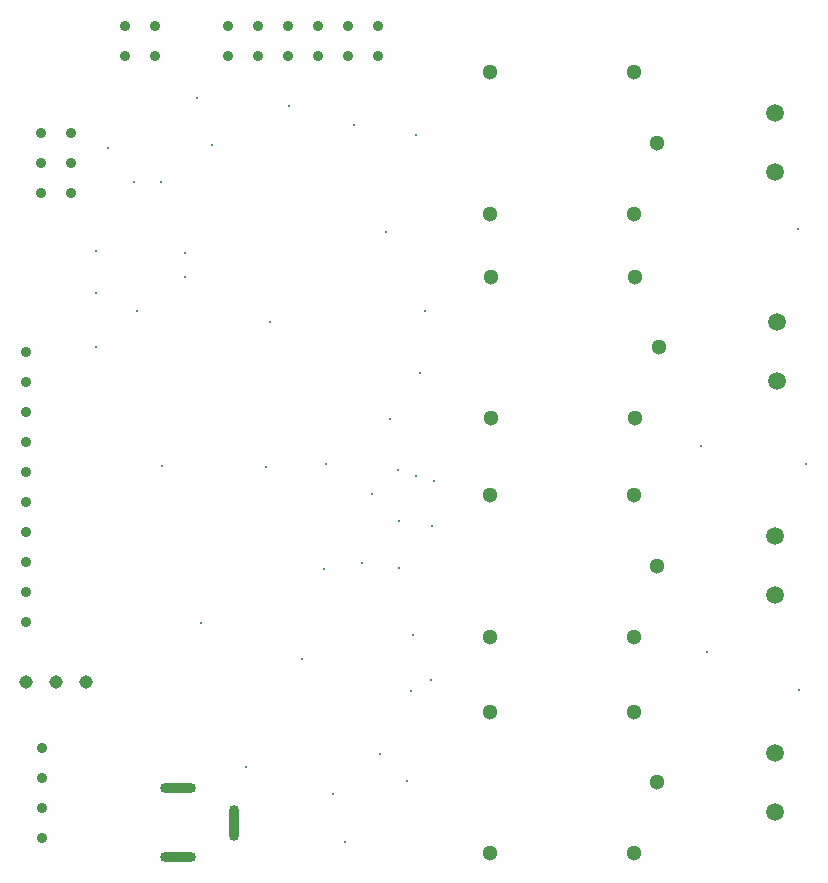
<source format=gbr>
%TF.GenerationSoftware,Altium Limited,Altium Designer,23.9.2 (47)*%
G04 Layer_Color=0*
%FSLAX45Y45*%
%MOMM*%
%TF.SameCoordinates,15915765-FD2E-4A0E-A91D-014651F65676*%
%TF.FilePolarity,Positive*%
%TF.FileFunction,Plated,1,4,PTH,Drill*%
%TF.Part,Single*%
G01*
G75*
%TA.AperFunction,ComponentDrill*%
%ADD81C,0.90000*%
%ADD82C,1.14300*%
%ADD83C,1.50000*%
%ADD84C,1.30000*%
%ADD85O,3.05000X0.85000*%
%ADD86O,0.85000X3.05000*%
%ADD87C,0.90000*%
%TA.AperFunction,ViaDrill,NotFilled*%
%ADD88C,0.30000*%
D81*
X1651000Y5930900D02*
D03*
Y6184900D02*
D03*
Y6692900D02*
D03*
Y6946900D02*
D03*
Y7200900D02*
D03*
Y7454900D02*
D03*
Y7708900D02*
D03*
Y7962900D02*
D03*
Y8216900D02*
D03*
Y6438900D02*
D03*
X1790700Y4864100D02*
D03*
Y4610100D02*
D03*
Y4356100D02*
D03*
Y4102100D02*
D03*
X2032000Y9563100D02*
D03*
X1778000D02*
D03*
X2032000Y9817100D02*
D03*
X1778000D02*
D03*
X2032000Y10071100D02*
D03*
X1778000D02*
D03*
D82*
X2166620Y5420360D02*
D03*
X1912620D02*
D03*
X1658620D02*
D03*
D83*
X8000000Y4320000D02*
D03*
Y4820000D02*
D03*
Y6154900D02*
D03*
Y6654900D02*
D03*
X8013700Y7966900D02*
D03*
Y8466900D02*
D03*
X8000000Y10235800D02*
D03*
Y9735800D02*
D03*
D84*
X6800000Y7004900D02*
D03*
X5580000Y5804900D02*
D03*
X6800000D02*
D03*
X7000000Y6404900D02*
D03*
X5580000Y7004900D02*
D03*
Y5170000D02*
D03*
X7000000Y4570000D02*
D03*
X6800000Y3970000D02*
D03*
X5580000D02*
D03*
X6800000Y5170000D02*
D03*
X5580000Y10585800D02*
D03*
X7000000Y9985800D02*
D03*
X6800000Y9385800D02*
D03*
X5580000D02*
D03*
X6800000Y10585800D02*
D03*
X5592700Y8852500D02*
D03*
X7012700Y8252500D02*
D03*
X6812700Y7652500D02*
D03*
X5592700D02*
D03*
X6812700Y8852500D02*
D03*
D85*
X2939200Y4519100D02*
D03*
Y3939100D02*
D03*
D86*
X3419200Y4229100D02*
D03*
D87*
X2743200Y10972800D02*
D03*
Y10718800D02*
D03*
X2489200Y10972800D02*
D03*
Y10718800D02*
D03*
X4635500Y10972800D02*
D03*
Y10718800D02*
D03*
X4381500Y10972800D02*
D03*
Y10718800D02*
D03*
X4127500Y10972800D02*
D03*
Y10718800D02*
D03*
X3873500Y10972800D02*
D03*
Y10718800D02*
D03*
X3619500Y10972800D02*
D03*
Y10718800D02*
D03*
X3365500Y10972800D02*
D03*
Y10718800D02*
D03*
D88*
X2247900Y8255000D02*
D03*
X2806700Y7251700D02*
D03*
X4813300Y6781800D02*
D03*
X4800600Y7213600D02*
D03*
X4584700Y7010400D02*
D03*
X3517900Y4699000D02*
D03*
X3136900Y5918200D02*
D03*
X4648200Y4813300D02*
D03*
X4914900Y5346700D02*
D03*
X5080000Y5435600D02*
D03*
X4254500Y4470400D02*
D03*
X3721100Y8470900D02*
D03*
X5029200Y8559800D02*
D03*
X4356100Y4064000D02*
D03*
X7366000Y7416800D02*
D03*
X4178300Y6375400D02*
D03*
X4876800Y4584700D02*
D03*
X8191500Y9258300D02*
D03*
X4699000Y9230200D02*
D03*
X4991100Y8039100D02*
D03*
X7416800Y5676900D02*
D03*
X4813300Y6388100D02*
D03*
X4495800Y6426200D02*
D03*
X2997200Y8851900D02*
D03*
X2590800Y8559800D02*
D03*
X2997200Y9055100D02*
D03*
X3878325Y10295000D02*
D03*
X4432300Y10134600D02*
D03*
X2247900Y9067800D02*
D03*
Y8712200D02*
D03*
X3098800Y10363200D02*
D03*
X4960620Y10053320D02*
D03*
X3987800Y5613400D02*
D03*
X3225800Y9969500D02*
D03*
X2800350Y9653270D02*
D03*
X2565400Y9652000D02*
D03*
X2349500Y9944100D02*
D03*
X8262700Y7269400D02*
D03*
X5110480Y7124700D02*
D03*
X4953000Y7162800D02*
D03*
X4737100Y7645400D02*
D03*
X4191800Y7264400D02*
D03*
X3683000Y7239000D02*
D03*
X8200000Y5355200D02*
D03*
X5092700Y6743700D02*
D03*
X4927600Y5816600D02*
D03*
%TF.MD5,ad6221877a432316364cd6f920e5927a*%
M02*

</source>
